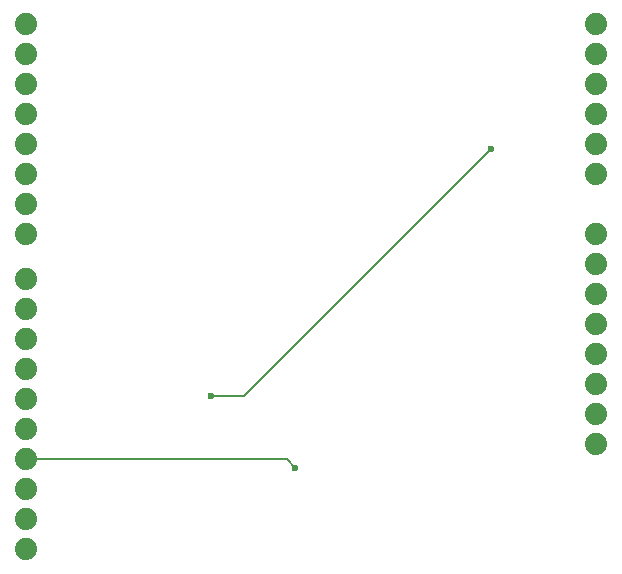
<source format=gbl>
G04 #@! TF.GenerationSoftware,KiCad,Pcbnew,9.0.2*
G04 #@! TF.CreationDate,2025-09-06T12:03:56+01:00*
G04 #@! TF.ProjectId,test_fiducial,74657374-5f66-4696-9475-6369616c2e6b,rev?*
G04 #@! TF.SameCoordinates,Original*
G04 #@! TF.FileFunction,Copper,L2,Bot*
G04 #@! TF.FilePolarity,Positive*
%FSLAX46Y46*%
G04 Gerber Fmt 4.6, Leading zero omitted, Abs format (unit mm)*
G04 Created by KiCad (PCBNEW 9.0.2) date 2025-09-06 12:03:56*
%MOMM*%
%LPD*%
G01*
G04 APERTURE LIST*
G04 #@! TA.AperFunction,ComponentPad*
%ADD10C,1.879600*%
G04 #@! TD*
G04 #@! TA.AperFunction,ViaPad*
%ADD11C,0.600000*%
G04 #@! TD*
G04 #@! TA.AperFunction,Conductor*
%ADD12C,0.200000*%
G04 #@! TD*
G04 APERTURE END LIST*
D10*
G04 #@! TO.P,B1,3.3V,3.3V*
G04 #@! TO.N,unconnected-(B1-Pad3.3V)*
X164150000Y-96595000D03*
G04 #@! TO.P,B1,5V,5V*
G04 #@! TO.N,Net-(B1-Pad5V)*
X164150000Y-94055000D03*
G04 #@! TO.P,B1,A0,A0*
G04 #@! TO.N,unconnected-(B1-PadA0)*
X164150000Y-81355000D03*
G04 #@! TO.P,B1,A1,A1*
G04 #@! TO.N,unconnected-(B1-PadA1)*
X164150000Y-78815000D03*
G04 #@! TO.P,B1,A2,A2*
G04 #@! TO.N,unconnected-(B1-PadA2)*
X164150000Y-76275000D03*
G04 #@! TO.P,B1,A3,A3*
G04 #@! TO.N,unconnected-(B1-PadA3)*
X164150000Y-73735000D03*
G04 #@! TO.P,B1,A4/SDA,A4/SDA*
G04 #@! TO.N,unconnected-(B1-PadA4{slash}SDA)*
X115890000Y-110565000D03*
X164150000Y-71195000D03*
G04 #@! TO.P,B1,A5/SCL,A5/SCL*
G04 #@! TO.N,unconnected-(B1-PadA5{slash}SCL)*
X115890000Y-113105000D03*
X164150000Y-68655000D03*
G04 #@! TO.P,B1,AREF,AREF*
G04 #@! TO.N,unconnected-(B1-PadAREF)*
X115890000Y-108025000D03*
G04 #@! TO.P,B1,D0/TXO,D0/TXO*
G04 #@! TO.N,unconnected-(B1-PadD0{slash}TXO)*
X115890000Y-68655000D03*
G04 #@! TO.P,B1,D1/RXI,D1/RXI*
G04 #@! TO.N,unconnected-(B1-PadD1{slash}RXI)*
X115890000Y-71195000D03*
G04 #@! TO.P,B1,D2,D2*
G04 #@! TO.N,unconnected-(B1-PadD2)*
X115890000Y-73735000D03*
G04 #@! TO.P,B1,D3,\u002AD3*
G04 #@! TO.N,unconnected-(B1-\u002AD3-PadD3)*
X115890000Y-76275000D03*
G04 #@! TO.P,B1,D4,D4*
G04 #@! TO.N,unconnected-(B1-PadD4)*
X115890000Y-78815000D03*
G04 #@! TO.P,B1,D5,\u002AD5*
G04 #@! TO.N,unconnected-(B1-\u002AD5-PadD5)*
X115890000Y-81355000D03*
G04 #@! TO.P,B1,D6,\u002AD6*
G04 #@! TO.N,unconnected-(B1-\u002AD6-PadD6)*
X115890000Y-83895000D03*
G04 #@! TO.P,B1,D7,D7*
G04 #@! TO.N,unconnected-(B1-PadD7)*
X115890000Y-86435000D03*
G04 #@! TO.P,B1,D8,D8*
G04 #@! TO.N,unconnected-(B1-PadD8)*
X115890000Y-90245000D03*
G04 #@! TO.P,B1,D9,\u002AD9*
G04 #@! TO.N,unconnected-(B1-\u002AD9-PadD9)*
X115890000Y-92785000D03*
G04 #@! TO.P,B1,D10,\u002AD10*
G04 #@! TO.N,unconnected-(B1-\u002AD10-PadD10)*
X115890000Y-95325000D03*
G04 #@! TO.P,B1,D11,\u002AD11/PICO*
G04 #@! TO.N,unconnected-(B1-\u002AD11{slash}PICO-PadD11)*
X115890000Y-97865000D03*
G04 #@! TO.P,B1,D12,D12/POCI*
G04 #@! TO.N,unconnected-(B1-D12{slash}POCI-PadD12)*
X115890000Y-100405000D03*
G04 #@! TO.P,B1,D13,D13/SCK*
G04 #@! TO.N,unconnected-(B1-D13{slash}SCK-PadD13)*
X115890000Y-102945000D03*
G04 #@! TO.P,B1,GND,GND*
G04 #@! TO.N,Net-(B1-PadGND)*
X115890000Y-105485000D03*
X164150000Y-88975000D03*
X164150000Y-91515000D03*
G04 #@! TO.P,B1,IOREF,IOREF*
G04 #@! TO.N,unconnected-(B1-PadIOREF)*
X164150000Y-101675000D03*
G04 #@! TO.P,B1,NC,NC*
G04 #@! TO.N,unconnected-(B1-PadNC)*
X164150000Y-104215000D03*
G04 #@! TO.P,B1,VIN,VIN*
G04 #@! TO.N,unconnected-(B1-PadVIN)*
X164150000Y-86435000D03*
G04 #@! TO.P,B1,~{RESET},~{RESET}*
G04 #@! TO.N,unconnected-(B1-Pad~{RESET})*
X164150000Y-99135000D03*
G04 #@! TD*
D11*
G04 #@! TO.N,Net-(B1-PadGND)*
X138700000Y-106205000D03*
G04 #@! TO.N,Net-(R3-Pad2)*
X131547500Y-100107500D03*
X155240000Y-79240000D03*
G04 #@! TD*
D12*
G04 #@! TO.N,Net-(B1-PadGND)*
X115890000Y-105485000D02*
X137980000Y-105485000D01*
X137980000Y-105485000D02*
X138700000Y-106205000D01*
G04 #@! TO.N,Net-(R3-Pad2)*
X131547500Y-100107500D02*
X134372500Y-100107500D01*
X134372500Y-100107500D02*
X155240000Y-79240000D01*
G04 #@! TD*
M02*

</source>
